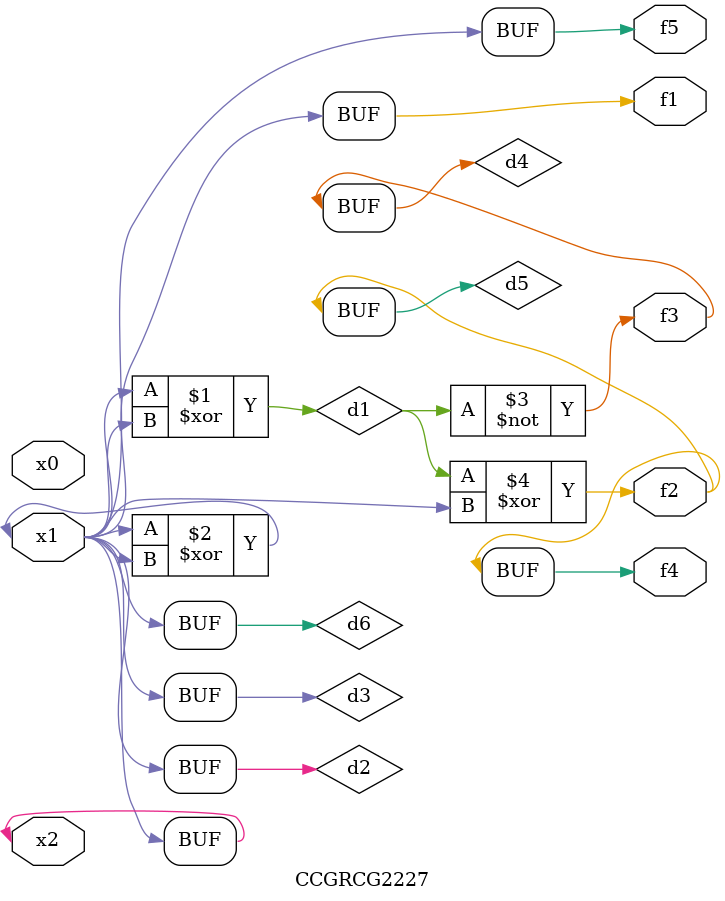
<source format=v>
module CCGRCG2227(
	input x0, x1, x2,
	output f1, f2, f3, f4, f5
);

	wire d1, d2, d3, d4, d5, d6;

	xor (d1, x1, x2);
	buf (d2, x1, x2);
	xor (d3, x1, x2);
	nor (d4, d1);
	xor (d5, d1, d2);
	buf (d6, d2, d3);
	assign f1 = d6;
	assign f2 = d5;
	assign f3 = d4;
	assign f4 = d5;
	assign f5 = d6;
endmodule

</source>
